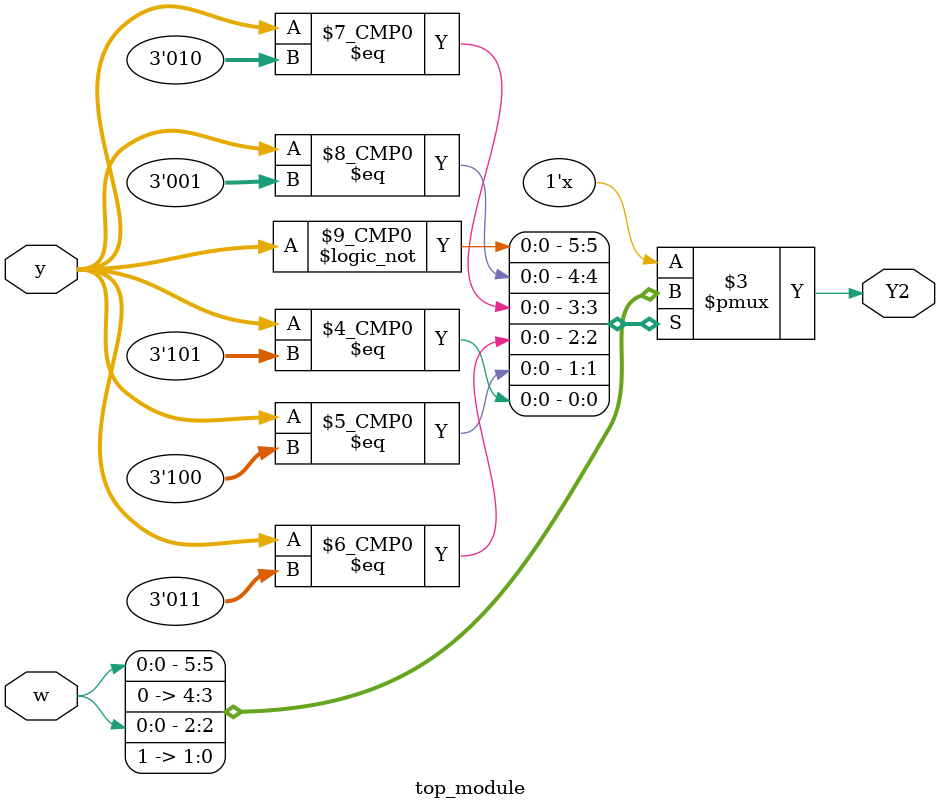
<source format=sv>
module top_module(
    input [3:1] y,
    input w,
    output reg Y2
);

always @(*) begin
    case (y)
        3'b000: Y2 = w;     // state A
        3'b001: Y2 = 1'b0;  // state B
        3'b010: Y2 = 1'b0;  // state C
        3'b011: Y2 = w;     // state D
        3'b100: Y2 = 1'b1;  // state E
        3'b101: Y2 = 1'b1;  // state F
        default: Y2 = 1'bx;
    endcase
end

endmodule

</source>
